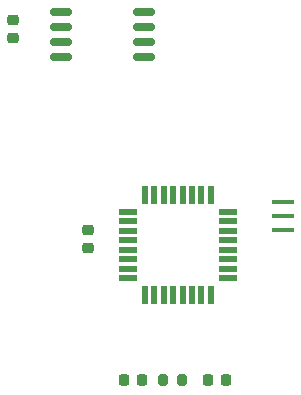
<source format=gtp>
G04 #@! TF.GenerationSoftware,KiCad,Pcbnew,6.0.1-79c1e3a40b~116~ubuntu21.04.1*
G04 #@! TF.CreationDate,2022-03-16T12:10:19-04:00*
G04 #@! TF.ProjectId,oven_v2,6f76656e-5f76-4322-9e6b-696361645f70,2*
G04 #@! TF.SameCoordinates,Original*
G04 #@! TF.FileFunction,Paste,Top*
G04 #@! TF.FilePolarity,Positive*
%FSLAX46Y46*%
G04 Gerber Fmt 4.6, Leading zero omitted, Abs format (unit mm)*
G04 Created by KiCad (PCBNEW 6.0.1-79c1e3a40b~116~ubuntu21.04.1) date 2022-03-16 12:10:19*
%MOMM*%
%LPD*%
G01*
G04 APERTURE LIST*
G04 Aperture macros list*
%AMRoundRect*
0 Rectangle with rounded corners*
0 $1 Rounding radius*
0 $2 $3 $4 $5 $6 $7 $8 $9 X,Y pos of 4 corners*
0 Add a 4 corners polygon primitive as box body*
4,1,4,$2,$3,$4,$5,$6,$7,$8,$9,$2,$3,0*
0 Add four circle primitives for the rounded corners*
1,1,$1+$1,$2,$3*
1,1,$1+$1,$4,$5*
1,1,$1+$1,$6,$7*
1,1,$1+$1,$8,$9*
0 Add four rect primitives between the rounded corners*
20,1,$1+$1,$2,$3,$4,$5,0*
20,1,$1+$1,$4,$5,$6,$7,0*
20,1,$1+$1,$6,$7,$8,$9,0*
20,1,$1+$1,$8,$9,$2,$3,0*%
G04 Aperture macros list end*
%ADD10R,1.600000X0.550000*%
%ADD11R,0.550000X1.600000*%
%ADD12RoundRect,0.225000X-0.250000X0.225000X-0.250000X-0.225000X0.250000X-0.225000X0.250000X0.225000X0*%
%ADD13RoundRect,0.225000X0.225000X0.250000X-0.225000X0.250000X-0.225000X-0.250000X0.225000X-0.250000X0*%
%ADD14RoundRect,0.225000X-0.225000X-0.250000X0.225000X-0.250000X0.225000X0.250000X-0.225000X0.250000X0*%
%ADD15RoundRect,0.225000X0.250000X-0.225000X0.250000X0.225000X-0.250000X0.225000X-0.250000X-0.225000X0*%
%ADD16RoundRect,0.200000X-0.200000X-0.275000X0.200000X-0.275000X0.200000X0.275000X-0.200000X0.275000X0*%
%ADD17RoundRect,0.150000X-0.800000X-0.150000X0.800000X-0.150000X0.800000X0.150000X-0.800000X0.150000X0*%
%ADD18R,1.900000X0.400000*%
G04 APERTURE END LIST*
D10*
X92515000Y-94240000D03*
X92515000Y-93440000D03*
X92515000Y-92640000D03*
X92515000Y-91840000D03*
X92515000Y-91040000D03*
X92515000Y-90240000D03*
X92515000Y-89440000D03*
X92515000Y-88640000D03*
D11*
X91065000Y-87190000D03*
X90265000Y-87190000D03*
X89465000Y-87190000D03*
X88665000Y-87190000D03*
X87865000Y-87190000D03*
X87065000Y-87190000D03*
X86265000Y-87190000D03*
X85465000Y-87190000D03*
D10*
X84015000Y-88640000D03*
X84015000Y-89440000D03*
X84015000Y-90240000D03*
X84015000Y-91040000D03*
X84015000Y-91840000D03*
X84015000Y-92640000D03*
X84015000Y-93440000D03*
X84015000Y-94240000D03*
D11*
X85465000Y-95690000D03*
X86265000Y-95690000D03*
X87065000Y-95690000D03*
X87865000Y-95690000D03*
X88665000Y-95690000D03*
X89465000Y-95690000D03*
X90265000Y-95690000D03*
X91065000Y-95690000D03*
D12*
X74295000Y-72390000D03*
X74295000Y-73940000D03*
D13*
X92355000Y-102870000D03*
X90805000Y-102870000D03*
D14*
X83680000Y-102870000D03*
X85230000Y-102870000D03*
D15*
X80645000Y-91720000D03*
X80645000Y-90170000D03*
D16*
X86995000Y-102870000D03*
X88645000Y-102870000D03*
D17*
X78415000Y-71755000D03*
X78415000Y-73025000D03*
X78415000Y-74295000D03*
X78415000Y-75565000D03*
X85415000Y-75565000D03*
X85415000Y-74295000D03*
X85415000Y-73025000D03*
X85415000Y-71755000D03*
D18*
X97155000Y-87770000D03*
X97155000Y-88970000D03*
X97155000Y-90170000D03*
M02*

</source>
